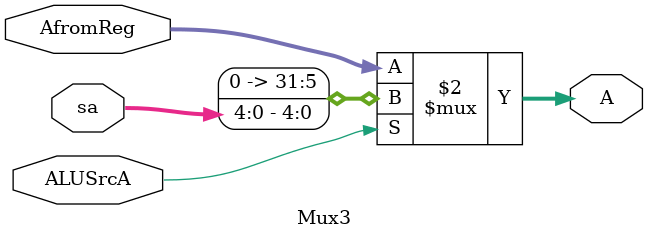
<source format=v>
`timescale 1ns / 1ps


module Mux3(
    input[31:0] AfromReg,
    input[4:0] sa,
    input ALUSrcA,
    output[31:0]A
    );
    assign A = (ALUSrcA == 1'b0)? AfromReg:{27'b0,sa};
endmodule

</source>
